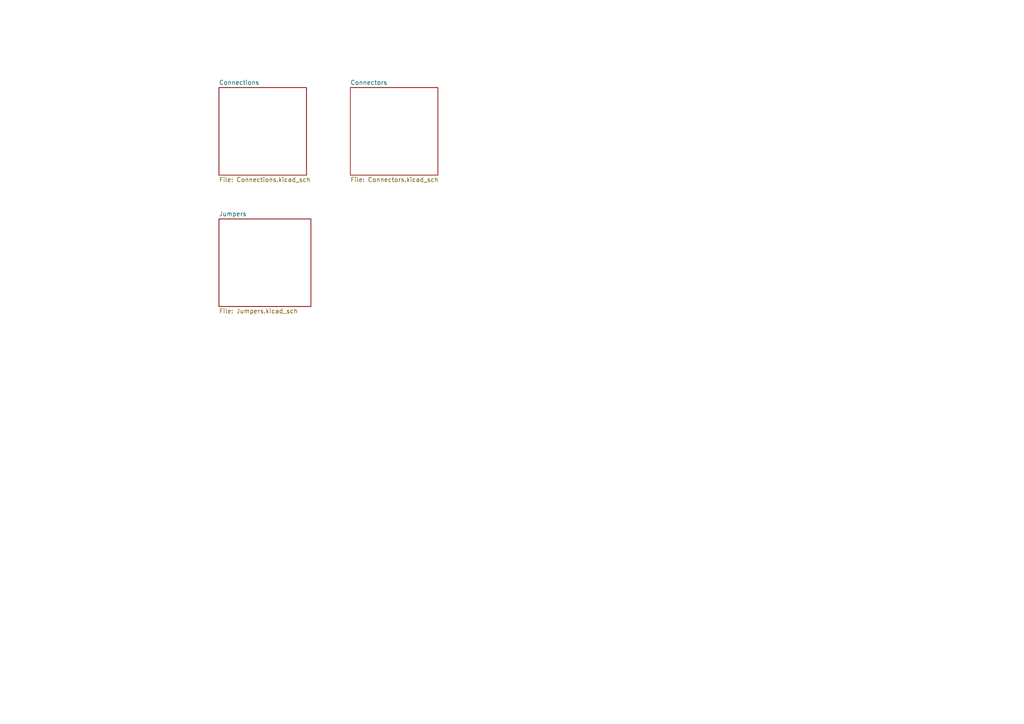
<source format=kicad_sch>
(kicad_sch (version 20211123) (generator eeschema)
  (paper "A4")
  (lib_symbols)
  (sheet (at 63.5 25.4) (size 25.4 25.4)
    (property "Sheet name" "Connections" (at 63.5 24.6884 0) (effects (justify left bottom)))
    (property "Sheet file" "Connections.kicad_sch" (at 63.5 51.3846 0) (effects (justify left top)))
  )
  (sheet (at 101.6 25.4) (size 25.4 25.4)
    (property "Sheet name" "Connectors" (at 101.6 24.6884 0) (effects (justify left bottom)))
    (property "Sheet file" "Connectors.kicad_sch" (at 101.6 51.3846 0) (effects (justify left top)))
  )
  (sheet (at 63.5 63.5) (size 26.67 25.4)
    (property "Sheet name" "Jumpers" (at 63.5 62.7884 0) (effects (justify left bottom)))
    (property "Sheet file" "Jumpers.kicad_sch" (at 63.5 89.4846 0) (effects (justify left top)))
  )
)
</source>
